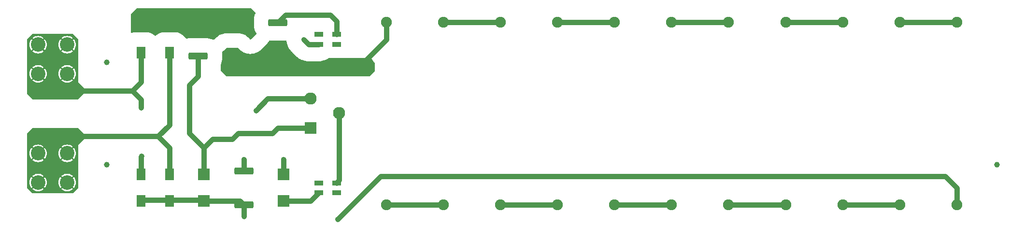
<source format=gbr>
%TF.GenerationSoftware,KiCad,Pcbnew,8.0.3*%
%TF.CreationDate,2024-08-03T11:38:59-05:00*%
%TF.ProjectId,1024 Capacitor Discharger,31303234-2043-4617-9061-6369746f7220,rev?*%
%TF.SameCoordinates,PX4153a20PY6dac2c0*%
%TF.FileFunction,Copper,L1,Top*%
%TF.FilePolarity,Positive*%
%FSLAX46Y46*%
G04 Gerber Fmt 4.6, Leading zero omitted, Abs format (unit mm)*
G04 Created by KiCad (PCBNEW 8.0.3) date 2024-08-03 11:38:59*
%MOMM*%
%LPD*%
G01*
G04 APERTURE LIST*
G04 Aperture macros list*
%AMRoundRect*
0 Rectangle with rounded corners*
0 $1 Rounding radius*
0 $2 $3 $4 $5 $6 $7 $8 $9 X,Y pos of 4 corners*
0 Add a 4 corners polygon primitive as box body*
4,1,4,$2,$3,$4,$5,$6,$7,$8,$9,$2,$3,0*
0 Add four circle primitives for the rounded corners*
1,1,$1+$1,$2,$3*
1,1,$1+$1,$4,$5*
1,1,$1+$1,$6,$7*
1,1,$1+$1,$8,$9*
0 Add four rect primitives between the rounded corners*
20,1,$1+$1,$2,$3,$4,$5,0*
20,1,$1+$1,$4,$5,$6,$7,0*
20,1,$1+$1,$6,$7,$8,$9,0*
20,1,$1+$1,$8,$9,$2,$3,0*%
G04 Aperture macros list end*
%TA.AperFunction,SMDPad,CuDef*%
%ADD10RoundRect,0.090000X-0.660000X0.360000X-0.660000X-0.360000X0.660000X-0.360000X0.660000X0.360000X0*%
%TD*%
%TA.AperFunction,ComponentPad*%
%ADD11C,2.550000*%
%TD*%
%TA.AperFunction,ComponentPad*%
%ADD12R,2.130000X2.130000*%
%TD*%
%TA.AperFunction,ComponentPad*%
%ADD13C,2.130000*%
%TD*%
%TA.AperFunction,SMDPad,CuDef*%
%ADD14C,1.000000*%
%TD*%
%TA.AperFunction,ComponentPad*%
%ADD15C,1.900000*%
%TD*%
%TA.AperFunction,SMDPad,CuDef*%
%ADD16R,1.550000X2.055000*%
%TD*%
%TA.AperFunction,SMDPad,CuDef*%
%ADD17R,2.150000X2.055000*%
%TD*%
%TA.AperFunction,SMDPad,CuDef*%
%ADD18R,2.100000X1.400000*%
%TD*%
%TA.AperFunction,SMDPad,CuDef*%
%ADD19RoundRect,0.250000X1.425000X-0.362500X1.425000X0.362500X-1.425000X0.362500X-1.425000X-0.362500X0*%
%TD*%
%TA.AperFunction,SMDPad,CuDef*%
%ADD20RoundRect,0.250000X-1.425000X0.362500X-1.425000X-0.362500X1.425000X-0.362500X1.425000X0.362500X0*%
%TD*%
%TA.AperFunction,ViaPad*%
%ADD21C,0.889000*%
%TD*%
%TA.AperFunction,Conductor*%
%ADD22C,0.889000*%
%TD*%
G04 APERTURE END LIST*
D10*
%TO.P,D7,1,A1*%
%TO.N,unconnected-(D7-A1-Pad1)*%
X51700000Y7850000D03*
%TO.P,D7,2,K*%
%TO.N,/IGBTc*%
X54800000Y7850000D03*
%TO.P,D7,3,A3*%
%TO.N,unconnected-(D7-A3-Pad3)*%
X54800000Y6150000D03*
%TO.P,D7,4,A2*%
%TO.N,/LED30A*%
X51700000Y6150000D03*
%TD*%
D11*
%TO.P,J1,1*%
%TO.N,/Input_B*%
X2450000Y13025000D03*
X2450000Y7925000D03*
X7550000Y13025000D03*
X7550000Y7925000D03*
%TD*%
D12*
%TO.P,Q1,1,G*%
%TO.N,/IGBTg*%
X50250000Y17500000D03*
D13*
%TO.P,Q1,2,C*%
%TO.N,/IGBTc*%
X55250000Y20050000D03*
%TO.P,Q1,3,E*%
%TO.N,/IGBTe*%
X50250000Y22600000D03*
%TD*%
D14*
%TO.P,FID2,*%
%TO.N,*%
X14500000Y29000000D03*
%TD*%
D15*
%TO.P,R11,1*%
%TO.N,Net-(R11-Pad1)*%
X133500000Y36000000D03*
%TO.P,R11,2*%
%TO.N,Net-(R10-Pad2)*%
X133500000Y4000000D03*
%TD*%
%TO.P,R4,1*%
%TO.N,/Vcapdisch*%
X63500000Y36000000D03*
%TO.P,R4,2*%
%TO.N,Net-(R4-Pad2)*%
X63500000Y4000000D03*
%TD*%
D16*
%TO.P,D2,1,K*%
%TO.N,/Input_R*%
X20500000Y9297500D03*
%TO.P,D2,2,A*%
%TO.N,GND*%
X20500000Y4702500D03*
%TD*%
D17*
%TO.P,D5,1,K*%
%TO.N,/IGBTg*%
X31500000Y9297500D03*
%TO.P,D5,2,A*%
%TO.N,GND*%
X31500000Y4702500D03*
%TD*%
D15*
%TO.P,R14,1*%
%TO.N,Net-(R13-Pad1)*%
X163500000Y36000000D03*
%TO.P,R14,2*%
%TO.N,GND*%
X163500000Y4000000D03*
%TD*%
D18*
%TO.P,D9,1,K*%
%TO.N,/Vcap*%
X36500000Y35200000D03*
%TO.P,D9,2,A*%
%TO.N,/Vcapdisch*%
X36500000Y30800000D03*
%TD*%
D16*
%TO.P,D4,1,K*%
%TO.N,/Vcap*%
X25500000Y35297500D03*
%TO.P,D4,2,A*%
%TO.N,/Input_B*%
X25500000Y30702500D03*
%TD*%
D15*
%TO.P,R8,1*%
%TO.N,Net-(R7-Pad1)*%
X103500000Y36000000D03*
%TO.P,R8,2*%
%TO.N,Net-(R8-Pad2)*%
X103500000Y4000000D03*
%TD*%
%TO.P,R10,1*%
%TO.N,Net-(R10-Pad1)*%
X123500000Y36000000D03*
%TO.P,R10,2*%
%TO.N,Net-(R10-Pad2)*%
X123500000Y4000000D03*
%TD*%
D19*
%TO.P,R3,1*%
%TO.N,/Vcapdisch*%
X44500000Y30037500D03*
%TO.P,R3,2*%
%TO.N,/LEDdischK*%
X44500000Y35962500D03*
%TD*%
D14*
%TO.P,FID3,*%
%TO.N,*%
X170500000Y11000000D03*
%TD*%
D15*
%TO.P,R6,1*%
%TO.N,Net-(R5-Pad1)*%
X83500000Y36000000D03*
%TO.P,R6,2*%
%TO.N,Net-(R6-Pad2)*%
X83500000Y4000000D03*
%TD*%
%TO.P,R13,1*%
%TO.N,Net-(R13-Pad1)*%
X153500000Y36000000D03*
%TO.P,R13,2*%
%TO.N,Net-(R12-Pad2)*%
X153500000Y4000000D03*
%TD*%
%TO.P,R7,1*%
%TO.N,Net-(R7-Pad1)*%
X93500000Y36000000D03*
%TO.P,R7,2*%
%TO.N,Net-(R6-Pad2)*%
X93500000Y4000000D03*
%TD*%
D20*
%TO.P,R1,1*%
%TO.N,/Vcap*%
X30500000Y35962500D03*
%TO.P,R1,2*%
%TO.N,/IGBTg*%
X30500000Y30037500D03*
%TD*%
D11*
%TO.P,J2,1*%
%TO.N,/Input_R*%
X2450000Y32075000D03*
X2450000Y26975000D03*
X7550000Y32075000D03*
X7550000Y26975000D03*
%TD*%
D20*
%TO.P,R2,1*%
%TO.N,/IGBTe*%
X38500000Y9962500D03*
%TO.P,R2,2*%
%TO.N,GND*%
X38500000Y4037500D03*
%TD*%
D15*
%TO.P,R5,1*%
%TO.N,Net-(R5-Pad1)*%
X73500000Y36000000D03*
%TO.P,R5,2*%
%TO.N,Net-(R4-Pad2)*%
X73500000Y4000000D03*
%TD*%
D16*
%TO.P,D1,1,K*%
%TO.N,/Input_B*%
X25500000Y9297500D03*
%TO.P,D1,2,A*%
%TO.N,GND*%
X25500000Y4702500D03*
%TD*%
D10*
%TO.P,D8,1,A1*%
%TO.N,unconnected-(D8-A1-Pad1)*%
X51700000Y33850000D03*
%TO.P,D8,2,K*%
%TO.N,/LEDdischK*%
X54800000Y33850000D03*
%TO.P,D8,3,A3*%
%TO.N,unconnected-(D8-A3-Pad3)*%
X54800000Y32150000D03*
%TO.P,D8,4,A2*%
%TO.N,/Vcap*%
X51700000Y32150000D03*
%TD*%
D14*
%TO.P,FID1,*%
%TO.N,*%
X14500000Y11000000D03*
%TD*%
D15*
%TO.P,R9,1*%
%TO.N,Net-(R10-Pad1)*%
X113500000Y36000000D03*
%TO.P,R9,2*%
%TO.N,Net-(R8-Pad2)*%
X113500000Y4000000D03*
%TD*%
D17*
%TO.P,D6,1,K*%
%TO.N,/Vcap*%
X45500000Y9297500D03*
%TO.P,D6,2,A*%
%TO.N,/LED30A*%
X45500000Y4702500D03*
%TD*%
D16*
%TO.P,D3,1,K*%
%TO.N,/Vcap*%
X20500000Y35297500D03*
%TO.P,D3,2,A*%
%TO.N,/Input_R*%
X20500000Y30702500D03*
%TD*%
D15*
%TO.P,R12,1*%
%TO.N,Net-(R11-Pad1)*%
X143500000Y36000000D03*
%TO.P,R12,2*%
%TO.N,Net-(R12-Pad2)*%
X143500000Y4000000D03*
%TD*%
D21*
%TO.N,GND*%
X38500000Y2000000D03*
X55000000Y1500000D03*
%TO.N,/Vcap*%
X39500000Y34000000D03*
X45500000Y12000000D03*
X49000000Y33000000D03*
%TO.N,/Input_R*%
X20546991Y12535344D03*
X20500000Y21000000D03*
%TO.N,/IGBTe*%
X40617243Y20508832D03*
X38500000Y12000000D03*
%TD*%
D22*
%TO.N,GND*%
X163500000Y4000000D02*
X163500000Y7000000D01*
X38500000Y2000000D02*
X38500000Y4037500D01*
X20500000Y4850000D02*
X25500000Y4850000D01*
X161500000Y9000000D02*
X63218619Y9000000D01*
X63218619Y9000000D02*
X62500000Y9000000D01*
X62500000Y9000000D02*
X55000000Y1500000D01*
X163500000Y7000000D02*
X161500000Y9000000D01*
X37835000Y4702500D02*
X38500000Y4037500D01*
X25500000Y4850000D02*
X31352500Y4850000D01*
X31352500Y4850000D02*
X31500000Y4702500D01*
X31500000Y4702500D02*
X37835000Y4702500D01*
%TO.N,Net-(R6-Pad2)*%
X83500000Y4000000D02*
X93500000Y4000000D01*
%TO.N,Net-(R7-Pad1)*%
X93500000Y36000000D02*
X103500000Y36000000D01*
%TO.N,Net-(R8-Pad2)*%
X103500000Y4000000D02*
X113500000Y4000000D01*
%TO.N,Net-(R10-Pad1)*%
X113500000Y36000000D02*
X123500000Y36000000D01*
%TO.N,Net-(R10-Pad2)*%
X123500000Y4000000D02*
X133500000Y4000000D01*
%TO.N,Net-(R11-Pad1)*%
X133500000Y36000000D02*
X143500000Y36000000D01*
%TO.N,Net-(R12-Pad2)*%
X143500000Y4000000D02*
X153500000Y4000000D01*
%TO.N,Net-(R13-Pad1)*%
X153500000Y36000000D02*
X163500000Y36000000D01*
%TO.N,/Input_B*%
X18951299Y16000000D02*
X23500000Y16000000D01*
X25500000Y9150000D02*
X25500000Y14000000D01*
X25500000Y14000000D02*
X23500000Y16000000D01*
X25500000Y18000000D02*
X25500000Y30850000D01*
X23500000Y16000000D02*
X25500000Y18000000D01*
X18951299Y16000000D02*
X10000000Y16000000D01*
%TO.N,/Vcap*%
X36500000Y35200000D02*
X38300000Y35200000D01*
X45500000Y12000000D02*
X45500000Y9297500D01*
X38300000Y35200000D02*
X39500000Y34000000D01*
X49850000Y32150000D02*
X51700000Y32150000D01*
X49000000Y33000000D02*
X49850000Y32150000D01*
%TO.N,/Input_R*%
X20500000Y30850000D02*
X20500000Y25548701D01*
X18951299Y24000000D02*
X10000000Y24000000D01*
X20500000Y21000000D02*
X20500000Y22451299D01*
X20500000Y12488353D02*
X20546991Y12535344D01*
X20500000Y25548701D02*
X18951299Y24000000D01*
X20500000Y9150000D02*
X20500000Y12488353D01*
X20500000Y22451299D02*
X18951299Y24000000D01*
%TO.N,/IGBTg*%
X31500000Y14000000D02*
X33000000Y15500000D01*
X33000000Y15500000D02*
X36500000Y15500000D01*
X29000000Y16500000D02*
X29000000Y25000000D01*
X44500000Y17500000D02*
X50250000Y17500000D01*
X31500000Y9297500D02*
X31500000Y14000000D01*
X43500000Y16500000D02*
X44500000Y17500000D01*
X37500000Y16500000D02*
X43500000Y16500000D01*
X36500000Y15500000D02*
X37500000Y16500000D01*
X29000000Y25000000D02*
X30500000Y26500000D01*
X31500000Y14000000D02*
X29000000Y16500000D01*
X30500000Y26500000D02*
X30500000Y30037500D01*
%TO.N,/LED30A*%
X45500000Y4702500D02*
X50252500Y4702500D01*
X50252500Y4702500D02*
X51700000Y6150000D01*
%TO.N,/IGBTc*%
X55250000Y8300000D02*
X55250000Y20050000D01*
X54800000Y7850000D02*
X55250000Y8300000D01*
%TO.N,/LEDdischK*%
X45816500Y37279000D02*
X53721000Y37279000D01*
X44500000Y35962500D02*
X45816500Y37279000D01*
X53721000Y37279000D02*
X54800000Y36200000D01*
X54800000Y36200000D02*
X54800000Y33850000D01*
%TO.N,/Vcapdisch*%
X63500000Y33000000D02*
X59500000Y29000000D01*
X63500000Y36000000D02*
X63500000Y33000000D01*
%TO.N,/IGBTe*%
X38500000Y9962500D02*
X38500000Y12000000D01*
X50250000Y22600000D02*
X42708411Y22600000D01*
X42708411Y22600000D02*
X40617243Y20508832D01*
%TO.N,Net-(R4-Pad2)*%
X63500000Y4000000D02*
X73500000Y4000000D01*
%TO.N,Net-(R5-Pad1)*%
X73500000Y36000000D02*
X83500000Y36000000D01*
%TD*%
%TA.AperFunction,Conductor*%
%TO.N,/Input_B*%
G36*
X9515677Y17480315D02*
G01*
X9536319Y17463681D01*
X10463681Y16536319D01*
X10497166Y16474996D01*
X10500000Y16448638D01*
X10500000Y15551362D01*
X10480315Y15484323D01*
X10463681Y15463681D01*
X9500000Y14500001D01*
X9500000Y7051362D01*
X9480315Y6984323D01*
X9463681Y6963681D01*
X8536319Y6036319D01*
X8474996Y6002834D01*
X8448638Y6000000D01*
X1551362Y6000000D01*
X1484323Y6019685D01*
X1463681Y6036319D01*
X536319Y6963681D01*
X502834Y7025004D01*
X500000Y7051362D01*
X500000Y7925000D01*
X916272Y7925000D01*
X935155Y7685069D01*
X991337Y7451053D01*
X1083437Y7228702D01*
X1209184Y7023503D01*
X1209190Y7023494D01*
X1282755Y6937361D01*
X1765244Y7419850D01*
X1789762Y7383156D01*
X1908156Y7264762D01*
X1944848Y7240246D01*
X1462359Y6757757D01*
X1462359Y6757756D01*
X1548493Y6684191D01*
X1548502Y6684185D01*
X1753701Y6558438D01*
X1976052Y6466338D01*
X2210068Y6410156D01*
X2450000Y6391273D01*
X2689931Y6410156D01*
X2923947Y6466338D01*
X3146298Y6558438D01*
X3351497Y6684185D01*
X3351499Y6684186D01*
X3437639Y6757757D01*
X2955150Y7240245D01*
X2991844Y7264762D01*
X3110238Y7383156D01*
X3134755Y7419849D01*
X3617243Y6937361D01*
X3690814Y7023501D01*
X3690815Y7023503D01*
X3816562Y7228702D01*
X3908662Y7451053D01*
X3964844Y7685069D01*
X3983727Y7925000D01*
X6016272Y7925000D01*
X6035155Y7685069D01*
X6091337Y7451053D01*
X6183437Y7228702D01*
X6309184Y7023503D01*
X6309190Y7023494D01*
X6382755Y6937361D01*
X6865244Y7419850D01*
X6889762Y7383156D01*
X7008156Y7264762D01*
X7044848Y7240246D01*
X6562359Y6757757D01*
X6562359Y6757756D01*
X6648493Y6684191D01*
X6648502Y6684185D01*
X6853701Y6558438D01*
X7076052Y6466338D01*
X7310068Y6410156D01*
X7550000Y6391273D01*
X7789931Y6410156D01*
X8023947Y6466338D01*
X8246298Y6558438D01*
X8451497Y6684185D01*
X8451499Y6684186D01*
X8537639Y6757757D01*
X8055150Y7240245D01*
X8091844Y7264762D01*
X8210238Y7383156D01*
X8234755Y7419849D01*
X8717243Y6937361D01*
X8790814Y7023501D01*
X8790815Y7023503D01*
X8916562Y7228702D01*
X9008662Y7451053D01*
X9064844Y7685069D01*
X9083727Y7925000D01*
X9064844Y8164932D01*
X9008662Y8398948D01*
X8916562Y8621299D01*
X8790815Y8826498D01*
X8790809Y8826507D01*
X8717243Y8912641D01*
X8234754Y8430152D01*
X8210238Y8466844D01*
X8091844Y8585238D01*
X8055150Y8609756D01*
X8537639Y9092245D01*
X8537639Y9092246D01*
X8451506Y9165810D01*
X8451497Y9165816D01*
X8246298Y9291563D01*
X8023947Y9383663D01*
X7789931Y9439845D01*
X7550000Y9458728D01*
X7310068Y9439845D01*
X7076052Y9383663D01*
X6853701Y9291563D01*
X6648505Y9165818D01*
X6648496Y9165812D01*
X6562359Y9092245D01*
X7044849Y8609756D01*
X7008156Y8585238D01*
X6889762Y8466844D01*
X6865244Y8430152D01*
X6382755Y8912641D01*
X6309188Y8826504D01*
X6309182Y8826495D01*
X6183437Y8621299D01*
X6091337Y8398948D01*
X6035155Y8164932D01*
X6016272Y7925000D01*
X3983727Y7925000D01*
X3964844Y8164932D01*
X3908662Y8398948D01*
X3816562Y8621299D01*
X3690815Y8826498D01*
X3690809Y8826507D01*
X3617243Y8912641D01*
X3134754Y8430152D01*
X3110238Y8466844D01*
X2991844Y8585238D01*
X2955150Y8609756D01*
X3437639Y9092245D01*
X3437639Y9092246D01*
X3351506Y9165810D01*
X3351497Y9165816D01*
X3146298Y9291563D01*
X2923947Y9383663D01*
X2689931Y9439845D01*
X2450000Y9458728D01*
X2210068Y9439845D01*
X1976052Y9383663D01*
X1753701Y9291563D01*
X1548505Y9165818D01*
X1548496Y9165812D01*
X1462359Y9092245D01*
X1944849Y8609756D01*
X1908156Y8585238D01*
X1789762Y8466844D01*
X1765244Y8430152D01*
X1282755Y8912641D01*
X1209188Y8826504D01*
X1209182Y8826495D01*
X1083437Y8621299D01*
X991337Y8398948D01*
X935155Y8164932D01*
X916272Y7925000D01*
X500000Y7925000D01*
X500000Y13025000D01*
X916272Y13025000D01*
X935155Y12785069D01*
X991337Y12551053D01*
X1083437Y12328702D01*
X1209184Y12123503D01*
X1209190Y12123494D01*
X1282755Y12037361D01*
X1765244Y12519850D01*
X1789762Y12483156D01*
X1908156Y12364762D01*
X1944848Y12340246D01*
X1462359Y11857757D01*
X1462359Y11857756D01*
X1548493Y11784191D01*
X1548502Y11784185D01*
X1753701Y11658438D01*
X1976052Y11566338D01*
X2210068Y11510156D01*
X2450000Y11491273D01*
X2689931Y11510156D01*
X2923947Y11566338D01*
X3146298Y11658438D01*
X3351497Y11784185D01*
X3351499Y11784186D01*
X3437639Y11857757D01*
X2955150Y12340245D01*
X2991844Y12364762D01*
X3110238Y12483156D01*
X3134755Y12519849D01*
X3617243Y12037361D01*
X3690814Y12123501D01*
X3690815Y12123503D01*
X3816562Y12328702D01*
X3908662Y12551053D01*
X3964844Y12785069D01*
X3983727Y13025000D01*
X6016272Y13025000D01*
X6035155Y12785069D01*
X6091337Y12551053D01*
X6183437Y12328702D01*
X6309184Y12123503D01*
X6309190Y12123494D01*
X6382755Y12037361D01*
X6865244Y12519850D01*
X6889762Y12483156D01*
X7008156Y12364762D01*
X7044848Y12340246D01*
X6562359Y11857757D01*
X6562359Y11857756D01*
X6648493Y11784191D01*
X6648502Y11784185D01*
X6853701Y11658438D01*
X7076052Y11566338D01*
X7310068Y11510156D01*
X7550000Y11491273D01*
X7789931Y11510156D01*
X8023947Y11566338D01*
X8246298Y11658438D01*
X8451497Y11784185D01*
X8451499Y11784186D01*
X8537639Y11857757D01*
X8055150Y12340245D01*
X8091844Y12364762D01*
X8210238Y12483156D01*
X8234755Y12519849D01*
X8717243Y12037361D01*
X8790814Y12123501D01*
X8790815Y12123503D01*
X8916562Y12328702D01*
X9008662Y12551053D01*
X9064844Y12785069D01*
X9083727Y13025000D01*
X9064844Y13264932D01*
X9008662Y13498948D01*
X8916562Y13721299D01*
X8790815Y13926498D01*
X8790809Y13926507D01*
X8717243Y14012641D01*
X8234754Y13530152D01*
X8210238Y13566844D01*
X8091844Y13685238D01*
X8055150Y13709756D01*
X8537639Y14192245D01*
X8537639Y14192246D01*
X8451506Y14265810D01*
X8451497Y14265816D01*
X8246298Y14391563D01*
X8023947Y14483663D01*
X7789931Y14539845D01*
X7550000Y14558728D01*
X7310068Y14539845D01*
X7076052Y14483663D01*
X6853701Y14391563D01*
X6648505Y14265818D01*
X6648496Y14265812D01*
X6562359Y14192245D01*
X7044849Y13709756D01*
X7008156Y13685238D01*
X6889762Y13566844D01*
X6865244Y13530152D01*
X6382755Y14012641D01*
X6309188Y13926504D01*
X6309182Y13926495D01*
X6183437Y13721299D01*
X6091337Y13498948D01*
X6035155Y13264932D01*
X6016272Y13025000D01*
X3983727Y13025000D01*
X3964844Y13264932D01*
X3908662Y13498948D01*
X3816562Y13721299D01*
X3690815Y13926498D01*
X3690809Y13926507D01*
X3617243Y14012641D01*
X3134754Y13530152D01*
X3110238Y13566844D01*
X2991844Y13685238D01*
X2955150Y13709756D01*
X3437639Y14192245D01*
X3437639Y14192246D01*
X3351506Y14265810D01*
X3351497Y14265816D01*
X3146298Y14391563D01*
X2923947Y14483663D01*
X2689931Y14539845D01*
X2450000Y14558728D01*
X2210068Y14539845D01*
X1976052Y14483663D01*
X1753701Y14391563D01*
X1548505Y14265818D01*
X1548496Y14265812D01*
X1462359Y14192245D01*
X1944849Y13709756D01*
X1908156Y13685238D01*
X1789762Y13566844D01*
X1765244Y13530152D01*
X1282755Y14012641D01*
X1209188Y13926504D01*
X1209182Y13926495D01*
X1083437Y13721299D01*
X991337Y13498948D01*
X935155Y13264932D01*
X916272Y13025000D01*
X500000Y13025000D01*
X500000Y16448638D01*
X519685Y16515677D01*
X536319Y16536319D01*
X1463681Y17463681D01*
X1525004Y17497166D01*
X1551362Y17500000D01*
X9448638Y17500000D01*
X9515677Y17480315D01*
G37*
%TD.AperFunction*%
%TD*%
%TA.AperFunction,Conductor*%
%TO.N,/Input_R*%
G36*
X8515677Y33980315D02*
G01*
X8536319Y33963681D01*
X9463681Y33036319D01*
X9497166Y32974996D01*
X9500000Y32948638D01*
X9500000Y25500000D01*
X10463681Y24536319D01*
X10497166Y24474996D01*
X10500000Y24448638D01*
X10500000Y23551362D01*
X10480315Y23484323D01*
X10463681Y23463681D01*
X9536319Y22536319D01*
X9474996Y22502834D01*
X9448638Y22500000D01*
X1551362Y22500000D01*
X1484323Y22519685D01*
X1463681Y22536319D01*
X536319Y23463681D01*
X502834Y23525004D01*
X500000Y23551362D01*
X500000Y26975000D01*
X916272Y26975000D01*
X935155Y26735069D01*
X991337Y26501053D01*
X1083437Y26278702D01*
X1209184Y26073503D01*
X1209190Y26073494D01*
X1282755Y25987361D01*
X1765244Y26469850D01*
X1789762Y26433156D01*
X1908156Y26314762D01*
X1944848Y26290246D01*
X1462359Y25807757D01*
X1462359Y25807756D01*
X1548493Y25734191D01*
X1548502Y25734185D01*
X1753701Y25608438D01*
X1976052Y25516338D01*
X2210068Y25460156D01*
X2450000Y25441273D01*
X2689931Y25460156D01*
X2923947Y25516338D01*
X3146298Y25608438D01*
X3351497Y25734185D01*
X3351499Y25734186D01*
X3437639Y25807757D01*
X2955150Y26290245D01*
X2991844Y26314762D01*
X3110238Y26433156D01*
X3134755Y26469849D01*
X3617243Y25987361D01*
X3690814Y26073501D01*
X3690815Y26073503D01*
X3816562Y26278702D01*
X3908662Y26501053D01*
X3964844Y26735069D01*
X3983727Y26975000D01*
X6016272Y26975000D01*
X6035155Y26735069D01*
X6091337Y26501053D01*
X6183437Y26278702D01*
X6309184Y26073503D01*
X6309190Y26073494D01*
X6382755Y25987361D01*
X6865244Y26469850D01*
X6889762Y26433156D01*
X7008156Y26314762D01*
X7044848Y26290246D01*
X6562359Y25807757D01*
X6562359Y25807756D01*
X6648493Y25734191D01*
X6648502Y25734185D01*
X6853701Y25608438D01*
X7076052Y25516338D01*
X7310068Y25460156D01*
X7550000Y25441273D01*
X7789931Y25460156D01*
X8023947Y25516338D01*
X8246298Y25608438D01*
X8451497Y25734185D01*
X8451499Y25734186D01*
X8537639Y25807757D01*
X8055150Y26290245D01*
X8091844Y26314762D01*
X8210238Y26433156D01*
X8234755Y26469849D01*
X8717243Y25987361D01*
X8790814Y26073501D01*
X8790815Y26073503D01*
X8916562Y26278702D01*
X9008662Y26501053D01*
X9064844Y26735069D01*
X9083727Y26975000D01*
X9064844Y27214932D01*
X9008662Y27448948D01*
X8916562Y27671299D01*
X8790815Y27876498D01*
X8790809Y27876507D01*
X8717243Y27962641D01*
X8234754Y27480152D01*
X8210238Y27516844D01*
X8091844Y27635238D01*
X8055150Y27659756D01*
X8537639Y28142245D01*
X8537639Y28142246D01*
X8451506Y28215810D01*
X8451497Y28215816D01*
X8246298Y28341563D01*
X8023947Y28433663D01*
X7789931Y28489845D01*
X7550000Y28508728D01*
X7310068Y28489845D01*
X7076052Y28433663D01*
X6853701Y28341563D01*
X6648505Y28215818D01*
X6648496Y28215812D01*
X6562359Y28142245D01*
X7044849Y27659756D01*
X7008156Y27635238D01*
X6889762Y27516844D01*
X6865244Y27480152D01*
X6382755Y27962641D01*
X6309188Y27876504D01*
X6309182Y27876495D01*
X6183437Y27671299D01*
X6091337Y27448948D01*
X6035155Y27214932D01*
X6016272Y26975000D01*
X3983727Y26975000D01*
X3964844Y27214932D01*
X3908662Y27448948D01*
X3816562Y27671299D01*
X3690815Y27876498D01*
X3690809Y27876507D01*
X3617243Y27962641D01*
X3134754Y27480152D01*
X3110238Y27516844D01*
X2991844Y27635238D01*
X2955150Y27659756D01*
X3437639Y28142245D01*
X3437639Y28142246D01*
X3351506Y28215810D01*
X3351497Y28215816D01*
X3146298Y28341563D01*
X2923947Y28433663D01*
X2689931Y28489845D01*
X2450000Y28508728D01*
X2210068Y28489845D01*
X1976052Y28433663D01*
X1753701Y28341563D01*
X1548505Y28215818D01*
X1548496Y28215812D01*
X1462359Y28142245D01*
X1944849Y27659756D01*
X1908156Y27635238D01*
X1789762Y27516844D01*
X1765244Y27480152D01*
X1282755Y27962641D01*
X1209188Y27876504D01*
X1209182Y27876495D01*
X1083437Y27671299D01*
X991337Y27448948D01*
X935155Y27214932D01*
X916272Y26975000D01*
X500000Y26975000D01*
X500000Y32075000D01*
X916272Y32075000D01*
X935155Y31835069D01*
X991337Y31601053D01*
X1083437Y31378702D01*
X1209184Y31173503D01*
X1209190Y31173494D01*
X1282755Y31087361D01*
X1765244Y31569850D01*
X1789762Y31533156D01*
X1908156Y31414762D01*
X1944848Y31390246D01*
X1462359Y30907757D01*
X1462359Y30907756D01*
X1548493Y30834191D01*
X1548502Y30834185D01*
X1753701Y30708438D01*
X1976052Y30616338D01*
X2210068Y30560156D01*
X2450000Y30541273D01*
X2689931Y30560156D01*
X2923947Y30616338D01*
X3146298Y30708438D01*
X3351497Y30834185D01*
X3351499Y30834186D01*
X3437639Y30907757D01*
X2955150Y31390245D01*
X2991844Y31414762D01*
X3110238Y31533156D01*
X3134755Y31569849D01*
X3617243Y31087361D01*
X3690814Y31173501D01*
X3690815Y31173503D01*
X3816562Y31378702D01*
X3908662Y31601053D01*
X3964844Y31835069D01*
X3983727Y32075000D01*
X6016272Y32075000D01*
X6035155Y31835069D01*
X6091337Y31601053D01*
X6183437Y31378702D01*
X6309184Y31173503D01*
X6309190Y31173494D01*
X6382755Y31087361D01*
X6865244Y31569850D01*
X6889762Y31533156D01*
X7008156Y31414762D01*
X7044848Y31390246D01*
X6562359Y30907757D01*
X6562359Y30907756D01*
X6648493Y30834191D01*
X6648502Y30834185D01*
X6853701Y30708438D01*
X7076052Y30616338D01*
X7310068Y30560156D01*
X7550000Y30541273D01*
X7789931Y30560156D01*
X8023947Y30616338D01*
X8246298Y30708438D01*
X8451497Y30834185D01*
X8451499Y30834186D01*
X8537639Y30907757D01*
X8055150Y31390245D01*
X8091844Y31414762D01*
X8210238Y31533156D01*
X8234755Y31569849D01*
X8717243Y31087361D01*
X8790814Y31173501D01*
X8790815Y31173503D01*
X8916562Y31378702D01*
X9008662Y31601053D01*
X9064844Y31835069D01*
X9083727Y32075000D01*
X9064844Y32314932D01*
X9008662Y32548948D01*
X8916562Y32771299D01*
X8790815Y32976498D01*
X8790809Y32976507D01*
X8717243Y33062641D01*
X8234754Y32580152D01*
X8210238Y32616844D01*
X8091844Y32735238D01*
X8055150Y32759756D01*
X8537639Y33242245D01*
X8537639Y33242246D01*
X8451506Y33315810D01*
X8451497Y33315816D01*
X8246298Y33441563D01*
X8023947Y33533663D01*
X7789931Y33589845D01*
X7550000Y33608728D01*
X7310068Y33589845D01*
X7076052Y33533663D01*
X6853701Y33441563D01*
X6648505Y33315818D01*
X6648496Y33315812D01*
X6562359Y33242245D01*
X7044849Y32759756D01*
X7008156Y32735238D01*
X6889762Y32616844D01*
X6865244Y32580152D01*
X6382755Y33062641D01*
X6309188Y32976504D01*
X6309182Y32976495D01*
X6183437Y32771299D01*
X6091337Y32548948D01*
X6035155Y32314932D01*
X6016272Y32075000D01*
X3983727Y32075000D01*
X3964844Y32314932D01*
X3908662Y32548948D01*
X3816562Y32771299D01*
X3690815Y32976498D01*
X3690809Y32976507D01*
X3617243Y33062641D01*
X3134754Y32580152D01*
X3110238Y32616844D01*
X2991844Y32735238D01*
X2955150Y32759756D01*
X3437639Y33242245D01*
X3437639Y33242246D01*
X3351506Y33315810D01*
X3351497Y33315816D01*
X3146298Y33441563D01*
X2923947Y33533663D01*
X2689931Y33589845D01*
X2450000Y33608728D01*
X2210068Y33589845D01*
X1976052Y33533663D01*
X1753701Y33441563D01*
X1548505Y33315818D01*
X1548496Y33315812D01*
X1462359Y33242245D01*
X1944849Y32759756D01*
X1908156Y32735238D01*
X1789762Y32616844D01*
X1765244Y32580152D01*
X1282755Y33062641D01*
X1209188Y32976504D01*
X1209182Y32976495D01*
X1083437Y32771299D01*
X991337Y32548948D01*
X935155Y32314932D01*
X916272Y32075000D01*
X500000Y32075000D01*
X500000Y32948638D01*
X519685Y33015677D01*
X536319Y33036319D01*
X1463681Y33963681D01*
X1525004Y33997166D01*
X1551362Y34000000D01*
X8448638Y34000000D01*
X8515677Y33980315D01*
G37*
%TD.AperFunction*%
%TD*%
%TA.AperFunction,Conductor*%
%TO.N,/Vcap*%
G36*
X39765931Y38479998D02*
G01*
X39786905Y38463095D01*
X40546856Y37703144D01*
X40580882Y37640832D01*
X40575817Y37570017D01*
X40569330Y37555496D01*
X40525690Y37472345D01*
X40405981Y37156700D01*
X40325192Y36828924D01*
X40325191Y36828918D01*
X40284500Y36493798D01*
X40284500Y35431203D01*
X40325191Y35096083D01*
X40325192Y35096077D01*
X40405981Y34768301D01*
X40525691Y34452655D01*
X40525698Y34452638D01*
X40682576Y34153733D01*
X40682582Y34153722D01*
X40713238Y34109311D01*
X40735475Y34041886D01*
X40717728Y33973143D01*
X40698639Y33948639D01*
X39786903Y33036904D01*
X39724593Y33002880D01*
X39697810Y33000000D01*
X39663400Y33000000D01*
X39595279Y33020002D01*
X39563840Y33048774D01*
X39459427Y33183383D01*
X39459415Y33183396D01*
X39233395Y33409416D01*
X39233382Y33409428D01*
X39137653Y33483683D01*
X38980796Y33605353D01*
X38923199Y33639416D01*
X38705648Y33768076D01*
X38412270Y33895032D01*
X38412268Y33895033D01*
X38412265Y33895034D01*
X38143413Y33973143D01*
X38105293Y33984218D01*
X38105295Y33984218D01*
X37789553Y34034227D01*
X37656520Y34040500D01*
X37656514Y34040500D01*
X35343486Y34040500D01*
X35343479Y34040500D01*
X35210446Y34034227D01*
X34894705Y33984218D01*
X34666571Y33917939D01*
X34587735Y33895034D01*
X34587733Y33895034D01*
X34587729Y33895032D01*
X34294351Y33768076D01*
X34019218Y33605362D01*
X34019207Y33605355D01*
X33766617Y33409428D01*
X33766604Y33409416D01*
X33540584Y33183396D01*
X33540572Y33183383D01*
X33436160Y33048774D01*
X33378603Y33007207D01*
X33336600Y33000000D01*
X32961775Y33000000D01*
X32917095Y33008188D01*
X32756704Y33069017D01*
X32756698Y33069019D01*
X32428923Y33149808D01*
X32428917Y33149809D01*
X32093797Y33190500D01*
X32093794Y33190500D01*
X28906206Y33190500D01*
X28906202Y33190500D01*
X28571082Y33149809D01*
X28571068Y33149806D01*
X28497635Y33131707D01*
X28426707Y33134826D01*
X28368725Y33175797D01*
X28367972Y33176758D01*
X28187497Y33409425D01*
X28184427Y33413383D01*
X28184415Y33413396D01*
X27958395Y33639416D01*
X27958382Y33639428D01*
X27862653Y33713683D01*
X27705796Y33835353D01*
X27705781Y33835362D01*
X27430648Y33998076D01*
X27137270Y34125032D01*
X27137268Y34125033D01*
X27137265Y34125034D01*
X26900435Y34193840D01*
X26830293Y34214218D01*
X26830295Y34214218D01*
X26514553Y34264227D01*
X26381520Y34270500D01*
X26381514Y34270500D01*
X24618486Y34270500D01*
X24618479Y34270500D01*
X24485446Y34264227D01*
X24169705Y34214218D01*
X23961517Y34153733D01*
X23862735Y34125034D01*
X23862733Y34125034D01*
X23862729Y34125032D01*
X23569351Y33998076D01*
X23294218Y33835362D01*
X23294207Y33835355D01*
X23077226Y33667048D01*
X23011140Y33641101D01*
X22941518Y33655002D01*
X22922774Y33667048D01*
X22877257Y33702355D01*
X22705796Y33835353D01*
X22705781Y33835362D01*
X22430648Y33998076D01*
X22137270Y34125032D01*
X22137268Y34125033D01*
X22137265Y34125034D01*
X21900435Y34193840D01*
X21830293Y34214218D01*
X21830295Y34214218D01*
X21514553Y34264227D01*
X21381520Y34270500D01*
X21381514Y34270500D01*
X19618486Y34270500D01*
X19618479Y34270500D01*
X19485446Y34264227D01*
X19169705Y34214218D01*
X18911153Y34139101D01*
X18840157Y34139304D01*
X18780540Y34177858D01*
X18751232Y34242523D01*
X18750000Y34260098D01*
X18750000Y37447810D01*
X18770002Y37515931D01*
X18786905Y37536905D01*
X19713095Y38463095D01*
X19775407Y38497121D01*
X19802190Y38500000D01*
X39697810Y38500000D01*
X39765931Y38479998D01*
G37*
%TD.AperFunction*%
%TD*%
%TA.AperFunction,Conductor*%
%TO.N,/Vcapdisch*%
G36*
X45970282Y32789498D02*
G01*
X46016775Y32735842D01*
X46027948Y32690828D01*
X46030159Y32652872D01*
X46043506Y32577170D01*
X46044627Y32569403D01*
X46052536Y32499221D01*
X46052538Y32499209D01*
X46072569Y32411446D01*
X46073814Y32405291D01*
X46090539Y32310442D01*
X46090539Y32310441D01*
X46110735Y32242980D01*
X46112869Y32234883D01*
X46127144Y32172341D01*
X46159019Y32081246D01*
X46160795Y32075770D01*
X46190263Y31977340D01*
X46215588Y31918628D01*
X46218820Y31910342D01*
X46237874Y31855893D01*
X46237876Y31855888D01*
X46282549Y31763124D01*
X46284722Y31758361D01*
X46327985Y31658065D01*
X46356717Y31608300D01*
X46361119Y31599971D01*
X46383340Y31553828D01*
X46441567Y31461159D01*
X46443998Y31457124D01*
X46501842Y31356936D01*
X46532293Y31316033D01*
X46537904Y31307839D01*
X46561707Y31269955D01*
X46561713Y31269946D01*
X46633987Y31179318D01*
X46636543Y31176000D01*
X46709478Y31078031D01*
X46709482Y31078027D01*
X46740027Y31045651D01*
X46746875Y31037760D01*
X46770751Y31007821D01*
X46857300Y30921272D01*
X46859819Y30918679D01*
X46946255Y30827062D01*
X46948100Y30825107D01*
X46977227Y30800667D01*
X46985331Y30793241D01*
X47857822Y29920751D01*
X48119945Y29711714D01*
X48294281Y29602172D01*
X48403824Y29533342D01*
X48460173Y29506206D01*
X48460174Y29506205D01*
X48641457Y29418904D01*
X48705891Y29387874D01*
X48705907Y29387869D01*
X48705908Y29387868D01*
X49022338Y29277144D01*
X49022341Y29277144D01*
X49022345Y29277142D01*
X49264273Y29221924D01*
X49349201Y29202539D01*
X49349202Y29202539D01*
X49349206Y29202538D01*
X49568952Y29177779D01*
X49682364Y29165000D01*
X49682366Y29165000D01*
X51867636Y29165000D01*
X51952245Y29174534D01*
X52200794Y29202538D01*
X52527656Y29277143D01*
X52844110Y29387875D01*
X53146176Y29533342D01*
X53430055Y29711715D01*
X53437690Y29717804D01*
X53443595Y29722512D01*
X53509325Y29749345D01*
X53522153Y29750000D01*
X60687000Y29750000D01*
X60755121Y29729998D01*
X60787800Y29699600D01*
X61474800Y28783600D01*
X61499671Y28717102D01*
X61500000Y28708000D01*
X61500000Y27552190D01*
X61479998Y27484069D01*
X61463095Y27463095D01*
X60536905Y26536905D01*
X60474593Y26502879D01*
X60447810Y26500000D01*
X35552190Y26500000D01*
X35484069Y26520002D01*
X35463095Y26536905D01*
X34536905Y27463095D01*
X34502879Y27525407D01*
X34500000Y27552190D01*
X34500000Y28572306D01*
X34508188Y28616987D01*
X34546157Y28717102D01*
X34594018Y28843300D01*
X34674808Y29171079D01*
X34715500Y29506206D01*
X34715500Y30568794D01*
X34693757Y30747858D01*
X34705402Y30817891D01*
X34751626Y30869621D01*
X34868923Y30943590D01*
X34926480Y30985157D01*
X34996328Y31037445D01*
X35236112Y31248846D01*
X35415501Y31452326D01*
X35475553Y31490196D01*
X35510015Y31495000D01*
X37487313Y31495000D01*
X37555434Y31474998D01*
X37585138Y31448412D01*
X37623510Y31401143D01*
X37845310Y31170950D01*
X37845313Y31170947D01*
X37873805Y31144872D01*
X37876751Y31142176D01*
X38029390Y31013124D01*
X38293266Y30832691D01*
X38577675Y30686753D01*
X38878133Y30577611D01*
X38946254Y30557609D01*
X39030360Y30534472D01*
X39344364Y30474572D01*
X39344378Y30474572D01*
X39344379Y30474571D01*
X39403967Y30470823D01*
X39663388Y30454501D01*
X39663390Y30454500D01*
X39663400Y30454500D01*
X39697822Y30454500D01*
X39833885Y30461795D01*
X39969961Y30469090D01*
X39996744Y30471970D01*
X39996760Y30471972D01*
X39996780Y30471974D01*
X40036412Y30476551D01*
X40036414Y30476551D01*
X40036418Y30476552D01*
X40036420Y30476552D01*
X40350594Y30535555D01*
X40654896Y30633469D01*
X40944526Y30768751D01*
X41006836Y30802775D01*
X41082667Y30845884D01*
X41347057Y31025564D01*
X41586842Y31236963D01*
X42498578Y32148698D01*
X42706730Y32384305D01*
X42723777Y32406189D01*
X42725830Y32408823D01*
X42775093Y32474203D01*
X42775095Y32474208D01*
X42775103Y32474217D01*
X42946745Y32743894D01*
X42946749Y32743904D01*
X42946997Y32744351D01*
X42947101Y32744455D01*
X42948871Y32747235D01*
X42949501Y32746834D01*
X42997411Y32794341D01*
X43057329Y32809500D01*
X45902161Y32809500D01*
X45970282Y32789498D01*
G37*
%TD.AperFunction*%
%TD*%
M02*

</source>
